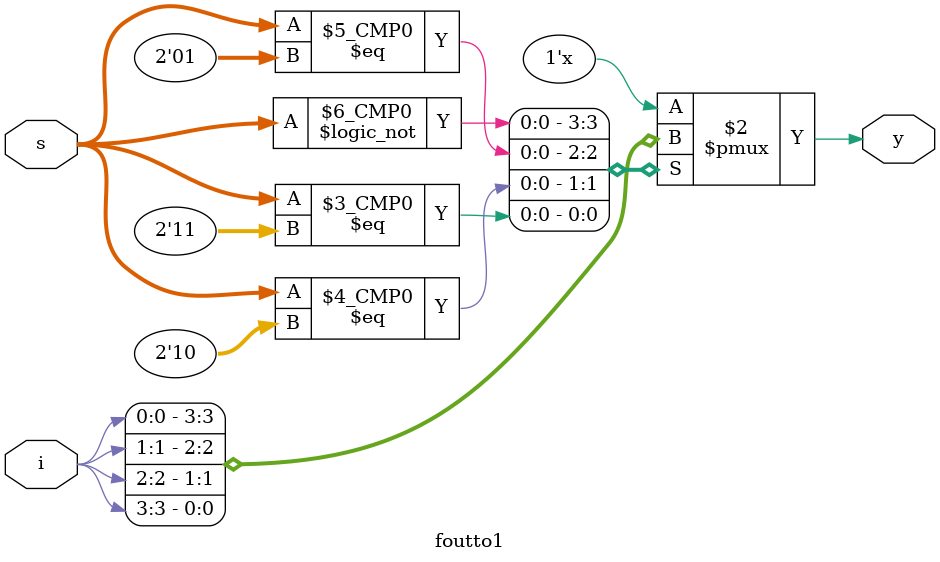
<source format=v>
`timescale 1ns / 1ps
module foutto1(i,s,y);
input wire[3:0]i;
input wire [1:0]s;
output reg y;
always@(*)
 begin
  case({s})
   2'b00:y=i[0];
	2'b01:y=i[1];
	2'b10:y=i[2];
	2'b11:y=i[3];
	default :y=0;
  endcase
 end
endmodule

</source>
